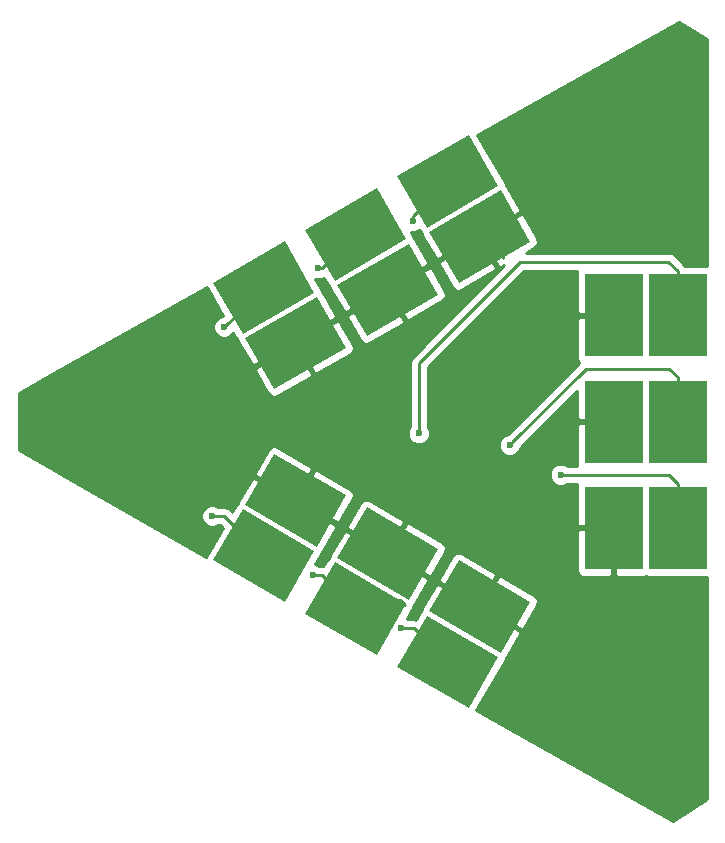
<source format=gbr>
G04 #@! TF.FileFunction,Copper,L1,Top,Signal*
%FSLAX46Y46*%
G04 Gerber Fmt 4.6, Leading zero omitted, Abs format (unit mm)*
G04 Created by KiCad (PCBNEW 4.0.7-e2-6376~58~ubuntu14.04.1) date Fri Feb 16 13:10:18 2018*
%MOMM*%
%LPD*%
G01*
G04 APERTURE LIST*
%ADD10C,0.100000*%
%ADD11R,5.000000X7.000000*%
%ADD12C,0.600000*%
%ADD13C,0.250000*%
%ADD14C,0.254000*%
G04 APERTURE END LIST*
D10*
G36*
X69574682Y-95076795D02*
X67074682Y-90746667D01*
X73136860Y-87246667D01*
X75636860Y-91576795D01*
X69574682Y-95076795D01*
X69574682Y-95076795D01*
G37*
G36*
X72274682Y-99753333D02*
X69774682Y-95423205D01*
X75836860Y-91923205D01*
X78336860Y-96253333D01*
X72274682Y-99753333D01*
X72274682Y-99753333D01*
G37*
G36*
X77368911Y-90576795D02*
X74868911Y-86246667D01*
X80931089Y-82746667D01*
X83431089Y-87076795D01*
X77368911Y-90576795D01*
X77368911Y-90576795D01*
G37*
G36*
X80068911Y-95253333D02*
X77568911Y-90923205D01*
X83631089Y-87423205D01*
X86131089Y-91753333D01*
X80068911Y-95253333D01*
X80068911Y-95253333D01*
G37*
G36*
X85163140Y-86076795D02*
X82663140Y-81746667D01*
X88725318Y-78246667D01*
X91225318Y-82576795D01*
X85163140Y-86076795D01*
X85163140Y-86076795D01*
G37*
G36*
X87863140Y-90753333D02*
X85363140Y-86423205D01*
X91425318Y-82923205D01*
X93925318Y-87253333D01*
X87863140Y-90753333D01*
X87863140Y-90753333D01*
G37*
D11*
X106400000Y-93500000D03*
X101000000Y-93500000D03*
X106400000Y-102500000D03*
X101000000Y-102500000D03*
X106400000Y-111500000D03*
X101000000Y-111500000D03*
D10*
G36*
X91225318Y-122423205D02*
X88725318Y-126753333D01*
X82663140Y-123253333D01*
X85163140Y-118923205D01*
X91225318Y-122423205D01*
X91225318Y-122423205D01*
G37*
G36*
X93925318Y-117746667D02*
X91425318Y-122076795D01*
X85363140Y-118576795D01*
X87863140Y-114246667D01*
X93925318Y-117746667D01*
X93925318Y-117746667D01*
G37*
G36*
X83431089Y-117923205D02*
X80931089Y-122253333D01*
X74868911Y-118753333D01*
X77368911Y-114423205D01*
X83431089Y-117923205D01*
X83431089Y-117923205D01*
G37*
G36*
X86131089Y-113246667D02*
X83631089Y-117576795D01*
X77568911Y-114076795D01*
X80068911Y-109746667D01*
X86131089Y-113246667D01*
X86131089Y-113246667D01*
G37*
G36*
X75636860Y-113423205D02*
X73136860Y-117753333D01*
X67074682Y-114253333D01*
X69574682Y-109923205D01*
X75636860Y-113423205D01*
X75636860Y-113423205D01*
G37*
G36*
X78336860Y-108746667D02*
X75836860Y-113076795D01*
X69774682Y-109576795D01*
X72274682Y-105246667D01*
X78336860Y-108746667D01*
X78336860Y-108746667D01*
G37*
D12*
X80500000Y-107000000D03*
X83000000Y-120000000D03*
X75500000Y-115500000D03*
X67000000Y-110500000D03*
X84500000Y-103500000D03*
X92191698Y-104469425D03*
X96500000Y-107000000D03*
X68000000Y-94500000D03*
X76000000Y-89500000D03*
X84000000Y-85500000D03*
D13*
X91640000Y-88640000D02*
X91640000Y-87572614D01*
X100230000Y-112900000D02*
X100330000Y-113000000D01*
X100330000Y-102770000D02*
X100230000Y-102870000D01*
X86944229Y-122838269D02*
X84105960Y-120000000D01*
X84105960Y-120000000D02*
X83000000Y-120000000D01*
X79150000Y-118338269D02*
X76311731Y-115500000D01*
X76311731Y-115500000D02*
X75500000Y-115500000D01*
X79910000Y-117602614D02*
X82896751Y-117602614D01*
X82896751Y-117602614D02*
X83294137Y-118000000D01*
X71355771Y-113838269D02*
X68017502Y-110500000D01*
X68017502Y-110500000D02*
X67000000Y-110500000D01*
X71020000Y-112572614D02*
X74006751Y-112572614D01*
X106400000Y-93500000D02*
X106400000Y-89750000D01*
X93075723Y-88964249D02*
X84500000Y-97539972D01*
X106400000Y-89750000D02*
X105614249Y-88964249D01*
X105614249Y-88964249D02*
X93075723Y-88964249D01*
X84500000Y-97539972D02*
X84500000Y-103500000D01*
X98612882Y-98048241D02*
X92491697Y-104169426D01*
X106400000Y-98750000D02*
X105698241Y-98048241D01*
X106400000Y-102500000D02*
X106400000Y-98750000D01*
X92491697Y-104169426D02*
X92191698Y-104469425D01*
X105698241Y-98048241D02*
X98612882Y-98048241D01*
X106400000Y-111500000D02*
X106400000Y-107750000D01*
X106400000Y-107750000D02*
X105650000Y-107000000D01*
X105650000Y-107000000D02*
X96500000Y-107000000D01*
X71355771Y-91161731D02*
X68017502Y-94500000D01*
X68017502Y-94500000D02*
X68000000Y-94500000D01*
X79150000Y-86661731D02*
X76311731Y-89500000D01*
X76311731Y-89500000D02*
X76000000Y-89500000D01*
X86944229Y-82161731D02*
X84000000Y-85105960D01*
X84000000Y-85105960D02*
X84000000Y-85500000D01*
D14*
G36*
X108873000Y-70071907D02*
X108873000Y-89352560D01*
X107030920Y-89352560D01*
X106937401Y-89212599D01*
X106151650Y-88426848D01*
X105905088Y-88262101D01*
X105614249Y-88204249D01*
X93548283Y-88204249D01*
X94352205Y-87740104D01*
X94505989Y-87539688D01*
X94571372Y-87295677D01*
X94538399Y-87045220D01*
X94412090Y-86826446D01*
X93368119Y-85018236D01*
X93151263Y-84960129D01*
X89817714Y-86884754D01*
X91242339Y-89352277D01*
X91459196Y-89410384D01*
X91685364Y-89279806D01*
X83962599Y-97002571D01*
X83797852Y-97249133D01*
X83740000Y-97539972D01*
X83740000Y-102937537D01*
X83707808Y-102969673D01*
X83565162Y-103313201D01*
X83564838Y-103685167D01*
X83706883Y-104028943D01*
X83969673Y-104292192D01*
X84313201Y-104434838D01*
X84685167Y-104435162D01*
X85028943Y-104293117D01*
X85292192Y-104030327D01*
X85434838Y-103686799D01*
X85435162Y-103314833D01*
X85293117Y-102971057D01*
X85260000Y-102937882D01*
X85260000Y-97854774D01*
X93390525Y-89724249D01*
X97926901Y-89724249D01*
X97865000Y-89873691D01*
X97865000Y-93214250D01*
X98023750Y-93373000D01*
X100873000Y-93373000D01*
X100873000Y-93353000D01*
X101127000Y-93353000D01*
X101127000Y-93373000D01*
X101147000Y-93373000D01*
X101147000Y-93627000D01*
X101127000Y-93627000D01*
X101127000Y-93647000D01*
X100873000Y-93647000D01*
X100873000Y-93627000D01*
X98023750Y-93627000D01*
X97865000Y-93785750D01*
X97865000Y-97126309D01*
X97961673Y-97359698D01*
X98097861Y-97495886D01*
X98075481Y-97510840D01*
X92052018Y-103534303D01*
X92006531Y-103534263D01*
X91662755Y-103676308D01*
X91399506Y-103939098D01*
X91256860Y-104282626D01*
X91256536Y-104654592D01*
X91398581Y-104998368D01*
X91661371Y-105261617D01*
X92004899Y-105404263D01*
X92376865Y-105404587D01*
X92720641Y-105262542D01*
X92983890Y-104999752D01*
X93126536Y-104656224D01*
X93126577Y-104609348D01*
X97865000Y-99870925D01*
X97865000Y-102214250D01*
X98023750Y-102373000D01*
X100873000Y-102373000D01*
X100873000Y-102353000D01*
X101127000Y-102353000D01*
X101127000Y-102373000D01*
X101147000Y-102373000D01*
X101147000Y-102627000D01*
X101127000Y-102627000D01*
X101127000Y-102647000D01*
X100873000Y-102647000D01*
X100873000Y-102627000D01*
X98023750Y-102627000D01*
X97865000Y-102785750D01*
X97865000Y-106126309D01*
X97912092Y-106240000D01*
X97062463Y-106240000D01*
X97030327Y-106207808D01*
X96686799Y-106065162D01*
X96314833Y-106064838D01*
X95971057Y-106206883D01*
X95707808Y-106469673D01*
X95565162Y-106813201D01*
X95564838Y-107185167D01*
X95706883Y-107528943D01*
X95969673Y-107792192D01*
X96313201Y-107934838D01*
X96685167Y-107935162D01*
X97028943Y-107793117D01*
X97062118Y-107760000D01*
X97912092Y-107760000D01*
X97865000Y-107873691D01*
X97865000Y-111214250D01*
X98023750Y-111373000D01*
X100873000Y-111373000D01*
X100873000Y-111353000D01*
X101127000Y-111353000D01*
X101127000Y-111373000D01*
X101147000Y-111373000D01*
X101147000Y-111627000D01*
X101127000Y-111627000D01*
X101127000Y-115476250D01*
X101285750Y-115635000D01*
X103626310Y-115635000D01*
X103696007Y-115606130D01*
X103900000Y-115647440D01*
X108873000Y-115647440D01*
X108873000Y-134432032D01*
X105994649Y-136350933D01*
X89377075Y-126919337D01*
X91786018Y-122746925D01*
X91856410Y-122546406D01*
X91912089Y-122503682D01*
X92038399Y-122284908D01*
X93082369Y-120476698D01*
X93024263Y-120259841D01*
X89690714Y-118335216D01*
X89680714Y-118352537D01*
X89460744Y-118225537D01*
X89470744Y-118208216D01*
X89309716Y-118115246D01*
X89817714Y-118115246D01*
X93151263Y-120039871D01*
X93368119Y-119981764D01*
X94412090Y-118173554D01*
X94538399Y-117954780D01*
X94571372Y-117704323D01*
X94505989Y-117460312D01*
X94352205Y-117259896D01*
X91459196Y-115589616D01*
X91242339Y-115647723D01*
X89817714Y-118115246D01*
X89309716Y-118115246D01*
X86137195Y-116283591D01*
X85920339Y-116341698D01*
X84876368Y-118149908D01*
X84750059Y-118368682D01*
X84740212Y-118443477D01*
X84602440Y-118599485D01*
X84219589Y-119262602D01*
X84105960Y-119240000D01*
X83562463Y-119240000D01*
X83530327Y-119207808D01*
X83455066Y-119176557D01*
X83819400Y-118545511D01*
X83831538Y-118537401D01*
X83996285Y-118290840D01*
X84022320Y-118159954D01*
X84062181Y-118046406D01*
X84117860Y-118003682D01*
X84244170Y-117784908D01*
X85288140Y-115976698D01*
X85253325Y-115846764D01*
X86206089Y-115846764D01*
X86264195Y-116063621D01*
X89597744Y-117988246D01*
X91022369Y-115520723D01*
X90964262Y-115303866D01*
X88071253Y-113633587D01*
X87820796Y-113600614D01*
X87576785Y-113665996D01*
X87376369Y-113819780D01*
X87250059Y-114038554D01*
X86206089Y-115846764D01*
X85253325Y-115846764D01*
X85230034Y-115759841D01*
X81896485Y-113835216D01*
X81886485Y-113852537D01*
X81666515Y-113725537D01*
X81676515Y-113708216D01*
X81515487Y-113615246D01*
X82023485Y-113615246D01*
X85357034Y-115539871D01*
X85573890Y-115481764D01*
X86617861Y-113673554D01*
X86744170Y-113454780D01*
X86777143Y-113204323D01*
X86711760Y-112960312D01*
X86557976Y-112759896D01*
X84870707Y-111785750D01*
X97865000Y-111785750D01*
X97865000Y-115126309D01*
X97961673Y-115359698D01*
X98140301Y-115538327D01*
X98373690Y-115635000D01*
X100714250Y-115635000D01*
X100873000Y-115476250D01*
X100873000Y-111627000D01*
X98023750Y-111627000D01*
X97865000Y-111785750D01*
X84870707Y-111785750D01*
X83664967Y-111089616D01*
X83448110Y-111147723D01*
X82023485Y-113615246D01*
X81515487Y-113615246D01*
X78342966Y-111783591D01*
X78126110Y-111841698D01*
X77082139Y-113649908D01*
X76955830Y-113868682D01*
X76945983Y-113943477D01*
X76808211Y-114099485D01*
X76425360Y-114762602D01*
X76311731Y-114740000D01*
X76062463Y-114740000D01*
X76030327Y-114707808D01*
X75717734Y-114578008D01*
X76197560Y-113746925D01*
X76267952Y-113546406D01*
X76323631Y-113503682D01*
X76449941Y-113284908D01*
X77493911Y-111476698D01*
X77459096Y-111346764D01*
X78411860Y-111346764D01*
X78469966Y-111563621D01*
X81803515Y-113488246D01*
X83228140Y-111020723D01*
X83170033Y-110803866D01*
X80277024Y-109133587D01*
X80026567Y-109100614D01*
X79782556Y-109165996D01*
X79582140Y-109319780D01*
X79455830Y-109538554D01*
X78411860Y-111346764D01*
X77459096Y-111346764D01*
X77435805Y-111259841D01*
X74102256Y-109335216D01*
X74092256Y-109352537D01*
X73872286Y-109225537D01*
X73882286Y-109208216D01*
X73721258Y-109115246D01*
X74229256Y-109115246D01*
X77562805Y-111039871D01*
X77779661Y-110981764D01*
X78823632Y-109173554D01*
X78949941Y-108954780D01*
X78982914Y-108704323D01*
X78917531Y-108460312D01*
X78763747Y-108259896D01*
X75870738Y-106589616D01*
X75653881Y-106647723D01*
X74229256Y-109115246D01*
X73721258Y-109115246D01*
X70548737Y-107283591D01*
X70331881Y-107341698D01*
X69287910Y-109149908D01*
X69161601Y-109368682D01*
X69151754Y-109443477D01*
X69013982Y-109599485D01*
X68713039Y-110120735D01*
X68554903Y-109962599D01*
X68308341Y-109797852D01*
X68017502Y-109740000D01*
X67562463Y-109740000D01*
X67530327Y-109707808D01*
X67186799Y-109565162D01*
X66814833Y-109564838D01*
X66471057Y-109706883D01*
X66207808Y-109969673D01*
X66065162Y-110313201D01*
X66064838Y-110685167D01*
X66206883Y-111028943D01*
X66469673Y-111292192D01*
X66813201Y-111434838D01*
X67185167Y-111435162D01*
X67528943Y-111293117D01*
X67562118Y-111260000D01*
X67702700Y-111260000D01*
X67926229Y-111483529D01*
X66513982Y-113929613D01*
X66510067Y-113940765D01*
X54011113Y-106846764D01*
X70617631Y-106846764D01*
X70675737Y-107063621D01*
X74009286Y-108988246D01*
X75433911Y-106520723D01*
X75375804Y-106303866D01*
X72482795Y-104633587D01*
X72232338Y-104600614D01*
X71988327Y-104665996D01*
X71787911Y-104819780D01*
X71661601Y-105038554D01*
X70617631Y-106846764D01*
X54011113Y-106846764D01*
X53172862Y-106371000D01*
X50627000Y-104901146D01*
X50627000Y-100098855D01*
X52282163Y-99143246D01*
X54042180Y-98153236D01*
X70617631Y-98153236D01*
X71661601Y-99961446D01*
X71787911Y-100180220D01*
X71988327Y-100334004D01*
X72232338Y-100399386D01*
X72482795Y-100366413D01*
X75375804Y-98696134D01*
X75433911Y-98479277D01*
X74009286Y-96011754D01*
X70675737Y-97936379D01*
X70617631Y-98153236D01*
X54042180Y-98153236D01*
X66543382Y-91121310D01*
X67926229Y-93516471D01*
X67877807Y-93564893D01*
X67814833Y-93564838D01*
X67471057Y-93706883D01*
X67207808Y-93969673D01*
X67065162Y-94313201D01*
X67064838Y-94685167D01*
X67206883Y-95028943D01*
X67469673Y-95292192D01*
X67813201Y-95434838D01*
X68185167Y-95435162D01*
X68528943Y-95293117D01*
X68792192Y-95030327D01*
X68795565Y-95022205D01*
X69013982Y-95400515D01*
X69152440Y-95561735D01*
X69161601Y-95631318D01*
X69287910Y-95850092D01*
X70331881Y-97658302D01*
X70548737Y-97716409D01*
X73721257Y-95884754D01*
X74229256Y-95884754D01*
X75653881Y-98352277D01*
X75870738Y-98410384D01*
X78763747Y-96740104D01*
X78917531Y-96539688D01*
X78982914Y-96295677D01*
X78949941Y-96045220D01*
X78823632Y-95826446D01*
X77779661Y-94018236D01*
X77562805Y-93960129D01*
X74229256Y-95884754D01*
X73721257Y-95884754D01*
X73882286Y-95791784D01*
X73872286Y-95774463D01*
X74092256Y-95647463D01*
X74102256Y-95664784D01*
X77435805Y-93740159D01*
X77459095Y-93653236D01*
X78411860Y-93653236D01*
X79455830Y-95461446D01*
X79582140Y-95680220D01*
X79782556Y-95834004D01*
X80026567Y-95899386D01*
X80277024Y-95866413D01*
X83170033Y-94196134D01*
X83228140Y-93979277D01*
X81803515Y-91511754D01*
X78469966Y-93436379D01*
X78411860Y-93653236D01*
X77459095Y-93653236D01*
X77493911Y-93523302D01*
X76449941Y-91715092D01*
X76323631Y-91496318D01*
X76263781Y-91450393D01*
X76197560Y-91253075D01*
X75697385Y-90386747D01*
X75813201Y-90434838D01*
X76185167Y-90435162D01*
X76471284Y-90316941D01*
X76808211Y-90900515D01*
X76946669Y-91061735D01*
X76955830Y-91131318D01*
X77082139Y-91350092D01*
X78126110Y-93158302D01*
X78342966Y-93216409D01*
X81515486Y-91384754D01*
X82023485Y-91384754D01*
X83448110Y-93852277D01*
X83664967Y-93910384D01*
X86557976Y-92240104D01*
X86711760Y-92039688D01*
X86777143Y-91795677D01*
X86744170Y-91545220D01*
X86617861Y-91326446D01*
X85573890Y-89518236D01*
X85357034Y-89460129D01*
X82023485Y-91384754D01*
X81515486Y-91384754D01*
X81676515Y-91291784D01*
X81666515Y-91274463D01*
X81886485Y-91147463D01*
X81896485Y-91164784D01*
X85230034Y-89240159D01*
X85253324Y-89153236D01*
X86206089Y-89153236D01*
X87250059Y-90961446D01*
X87376369Y-91180220D01*
X87576785Y-91334004D01*
X87820796Y-91399386D01*
X88071253Y-91366413D01*
X90964262Y-89696134D01*
X91022369Y-89479277D01*
X89597744Y-87011754D01*
X86264195Y-88936379D01*
X86206089Y-89153236D01*
X85253324Y-89153236D01*
X85288140Y-89023302D01*
X84244170Y-87215092D01*
X84117860Y-86996318D01*
X84058010Y-86950393D01*
X83991789Y-86753075D01*
X83806432Y-86432027D01*
X83813201Y-86434838D01*
X84185167Y-86435162D01*
X84528943Y-86293117D01*
X84536232Y-86285840D01*
X84602440Y-86400515D01*
X84740898Y-86561735D01*
X84750059Y-86631318D01*
X84876368Y-86850092D01*
X85920339Y-88658302D01*
X86137195Y-88716409D01*
X89470744Y-86791784D01*
X89460744Y-86774463D01*
X89680714Y-86647463D01*
X89690714Y-86664784D01*
X93024263Y-84740159D01*
X93082369Y-84523302D01*
X92038399Y-82715092D01*
X91912089Y-82496318D01*
X91852239Y-82450393D01*
X91786018Y-82253075D01*
X89462798Y-78229139D01*
X106497941Y-68646871D01*
X108873000Y-70071907D01*
X108873000Y-70071907D01*
G37*
X108873000Y-70071907D02*
X108873000Y-89352560D01*
X107030920Y-89352560D01*
X106937401Y-89212599D01*
X106151650Y-88426848D01*
X105905088Y-88262101D01*
X105614249Y-88204249D01*
X93548283Y-88204249D01*
X94352205Y-87740104D01*
X94505989Y-87539688D01*
X94571372Y-87295677D01*
X94538399Y-87045220D01*
X94412090Y-86826446D01*
X93368119Y-85018236D01*
X93151263Y-84960129D01*
X89817714Y-86884754D01*
X91242339Y-89352277D01*
X91459196Y-89410384D01*
X91685364Y-89279806D01*
X83962599Y-97002571D01*
X83797852Y-97249133D01*
X83740000Y-97539972D01*
X83740000Y-102937537D01*
X83707808Y-102969673D01*
X83565162Y-103313201D01*
X83564838Y-103685167D01*
X83706883Y-104028943D01*
X83969673Y-104292192D01*
X84313201Y-104434838D01*
X84685167Y-104435162D01*
X85028943Y-104293117D01*
X85292192Y-104030327D01*
X85434838Y-103686799D01*
X85435162Y-103314833D01*
X85293117Y-102971057D01*
X85260000Y-102937882D01*
X85260000Y-97854774D01*
X93390525Y-89724249D01*
X97926901Y-89724249D01*
X97865000Y-89873691D01*
X97865000Y-93214250D01*
X98023750Y-93373000D01*
X100873000Y-93373000D01*
X100873000Y-93353000D01*
X101127000Y-93353000D01*
X101127000Y-93373000D01*
X101147000Y-93373000D01*
X101147000Y-93627000D01*
X101127000Y-93627000D01*
X101127000Y-93647000D01*
X100873000Y-93647000D01*
X100873000Y-93627000D01*
X98023750Y-93627000D01*
X97865000Y-93785750D01*
X97865000Y-97126309D01*
X97961673Y-97359698D01*
X98097861Y-97495886D01*
X98075481Y-97510840D01*
X92052018Y-103534303D01*
X92006531Y-103534263D01*
X91662755Y-103676308D01*
X91399506Y-103939098D01*
X91256860Y-104282626D01*
X91256536Y-104654592D01*
X91398581Y-104998368D01*
X91661371Y-105261617D01*
X92004899Y-105404263D01*
X92376865Y-105404587D01*
X92720641Y-105262542D01*
X92983890Y-104999752D01*
X93126536Y-104656224D01*
X93126577Y-104609348D01*
X97865000Y-99870925D01*
X97865000Y-102214250D01*
X98023750Y-102373000D01*
X100873000Y-102373000D01*
X100873000Y-102353000D01*
X101127000Y-102353000D01*
X101127000Y-102373000D01*
X101147000Y-102373000D01*
X101147000Y-102627000D01*
X101127000Y-102627000D01*
X101127000Y-102647000D01*
X100873000Y-102647000D01*
X100873000Y-102627000D01*
X98023750Y-102627000D01*
X97865000Y-102785750D01*
X97865000Y-106126309D01*
X97912092Y-106240000D01*
X97062463Y-106240000D01*
X97030327Y-106207808D01*
X96686799Y-106065162D01*
X96314833Y-106064838D01*
X95971057Y-106206883D01*
X95707808Y-106469673D01*
X95565162Y-106813201D01*
X95564838Y-107185167D01*
X95706883Y-107528943D01*
X95969673Y-107792192D01*
X96313201Y-107934838D01*
X96685167Y-107935162D01*
X97028943Y-107793117D01*
X97062118Y-107760000D01*
X97912092Y-107760000D01*
X97865000Y-107873691D01*
X97865000Y-111214250D01*
X98023750Y-111373000D01*
X100873000Y-111373000D01*
X100873000Y-111353000D01*
X101127000Y-111353000D01*
X101127000Y-111373000D01*
X101147000Y-111373000D01*
X101147000Y-111627000D01*
X101127000Y-111627000D01*
X101127000Y-115476250D01*
X101285750Y-115635000D01*
X103626310Y-115635000D01*
X103696007Y-115606130D01*
X103900000Y-115647440D01*
X108873000Y-115647440D01*
X108873000Y-134432032D01*
X105994649Y-136350933D01*
X89377075Y-126919337D01*
X91786018Y-122746925D01*
X91856410Y-122546406D01*
X91912089Y-122503682D01*
X92038399Y-122284908D01*
X93082369Y-120476698D01*
X93024263Y-120259841D01*
X89690714Y-118335216D01*
X89680714Y-118352537D01*
X89460744Y-118225537D01*
X89470744Y-118208216D01*
X89309716Y-118115246D01*
X89817714Y-118115246D01*
X93151263Y-120039871D01*
X93368119Y-119981764D01*
X94412090Y-118173554D01*
X94538399Y-117954780D01*
X94571372Y-117704323D01*
X94505989Y-117460312D01*
X94352205Y-117259896D01*
X91459196Y-115589616D01*
X91242339Y-115647723D01*
X89817714Y-118115246D01*
X89309716Y-118115246D01*
X86137195Y-116283591D01*
X85920339Y-116341698D01*
X84876368Y-118149908D01*
X84750059Y-118368682D01*
X84740212Y-118443477D01*
X84602440Y-118599485D01*
X84219589Y-119262602D01*
X84105960Y-119240000D01*
X83562463Y-119240000D01*
X83530327Y-119207808D01*
X83455066Y-119176557D01*
X83819400Y-118545511D01*
X83831538Y-118537401D01*
X83996285Y-118290840D01*
X84022320Y-118159954D01*
X84062181Y-118046406D01*
X84117860Y-118003682D01*
X84244170Y-117784908D01*
X85288140Y-115976698D01*
X85253325Y-115846764D01*
X86206089Y-115846764D01*
X86264195Y-116063621D01*
X89597744Y-117988246D01*
X91022369Y-115520723D01*
X90964262Y-115303866D01*
X88071253Y-113633587D01*
X87820796Y-113600614D01*
X87576785Y-113665996D01*
X87376369Y-113819780D01*
X87250059Y-114038554D01*
X86206089Y-115846764D01*
X85253325Y-115846764D01*
X85230034Y-115759841D01*
X81896485Y-113835216D01*
X81886485Y-113852537D01*
X81666515Y-113725537D01*
X81676515Y-113708216D01*
X81515487Y-113615246D01*
X82023485Y-113615246D01*
X85357034Y-115539871D01*
X85573890Y-115481764D01*
X86617861Y-113673554D01*
X86744170Y-113454780D01*
X86777143Y-113204323D01*
X86711760Y-112960312D01*
X86557976Y-112759896D01*
X84870707Y-111785750D01*
X97865000Y-111785750D01*
X97865000Y-115126309D01*
X97961673Y-115359698D01*
X98140301Y-115538327D01*
X98373690Y-115635000D01*
X100714250Y-115635000D01*
X100873000Y-115476250D01*
X100873000Y-111627000D01*
X98023750Y-111627000D01*
X97865000Y-111785750D01*
X84870707Y-111785750D01*
X83664967Y-111089616D01*
X83448110Y-111147723D01*
X82023485Y-113615246D01*
X81515487Y-113615246D01*
X78342966Y-111783591D01*
X78126110Y-111841698D01*
X77082139Y-113649908D01*
X76955830Y-113868682D01*
X76945983Y-113943477D01*
X76808211Y-114099485D01*
X76425360Y-114762602D01*
X76311731Y-114740000D01*
X76062463Y-114740000D01*
X76030327Y-114707808D01*
X75717734Y-114578008D01*
X76197560Y-113746925D01*
X76267952Y-113546406D01*
X76323631Y-113503682D01*
X76449941Y-113284908D01*
X77493911Y-111476698D01*
X77459096Y-111346764D01*
X78411860Y-111346764D01*
X78469966Y-111563621D01*
X81803515Y-113488246D01*
X83228140Y-111020723D01*
X83170033Y-110803866D01*
X80277024Y-109133587D01*
X80026567Y-109100614D01*
X79782556Y-109165996D01*
X79582140Y-109319780D01*
X79455830Y-109538554D01*
X78411860Y-111346764D01*
X77459096Y-111346764D01*
X77435805Y-111259841D01*
X74102256Y-109335216D01*
X74092256Y-109352537D01*
X73872286Y-109225537D01*
X73882286Y-109208216D01*
X73721258Y-109115246D01*
X74229256Y-109115246D01*
X77562805Y-111039871D01*
X77779661Y-110981764D01*
X78823632Y-109173554D01*
X78949941Y-108954780D01*
X78982914Y-108704323D01*
X78917531Y-108460312D01*
X78763747Y-108259896D01*
X75870738Y-106589616D01*
X75653881Y-106647723D01*
X74229256Y-109115246D01*
X73721258Y-109115246D01*
X70548737Y-107283591D01*
X70331881Y-107341698D01*
X69287910Y-109149908D01*
X69161601Y-109368682D01*
X69151754Y-109443477D01*
X69013982Y-109599485D01*
X68713039Y-110120735D01*
X68554903Y-109962599D01*
X68308341Y-109797852D01*
X68017502Y-109740000D01*
X67562463Y-109740000D01*
X67530327Y-109707808D01*
X67186799Y-109565162D01*
X66814833Y-109564838D01*
X66471057Y-109706883D01*
X66207808Y-109969673D01*
X66065162Y-110313201D01*
X66064838Y-110685167D01*
X66206883Y-111028943D01*
X66469673Y-111292192D01*
X66813201Y-111434838D01*
X67185167Y-111435162D01*
X67528943Y-111293117D01*
X67562118Y-111260000D01*
X67702700Y-111260000D01*
X67926229Y-111483529D01*
X66513982Y-113929613D01*
X66510067Y-113940765D01*
X54011113Y-106846764D01*
X70617631Y-106846764D01*
X70675737Y-107063621D01*
X74009286Y-108988246D01*
X75433911Y-106520723D01*
X75375804Y-106303866D01*
X72482795Y-104633587D01*
X72232338Y-104600614D01*
X71988327Y-104665996D01*
X71787911Y-104819780D01*
X71661601Y-105038554D01*
X70617631Y-106846764D01*
X54011113Y-106846764D01*
X53172862Y-106371000D01*
X50627000Y-104901146D01*
X50627000Y-100098855D01*
X52282163Y-99143246D01*
X54042180Y-98153236D01*
X70617631Y-98153236D01*
X71661601Y-99961446D01*
X71787911Y-100180220D01*
X71988327Y-100334004D01*
X72232338Y-100399386D01*
X72482795Y-100366413D01*
X75375804Y-98696134D01*
X75433911Y-98479277D01*
X74009286Y-96011754D01*
X70675737Y-97936379D01*
X70617631Y-98153236D01*
X54042180Y-98153236D01*
X66543382Y-91121310D01*
X67926229Y-93516471D01*
X67877807Y-93564893D01*
X67814833Y-93564838D01*
X67471057Y-93706883D01*
X67207808Y-93969673D01*
X67065162Y-94313201D01*
X67064838Y-94685167D01*
X67206883Y-95028943D01*
X67469673Y-95292192D01*
X67813201Y-95434838D01*
X68185167Y-95435162D01*
X68528943Y-95293117D01*
X68792192Y-95030327D01*
X68795565Y-95022205D01*
X69013982Y-95400515D01*
X69152440Y-95561735D01*
X69161601Y-95631318D01*
X69287910Y-95850092D01*
X70331881Y-97658302D01*
X70548737Y-97716409D01*
X73721257Y-95884754D01*
X74229256Y-95884754D01*
X75653881Y-98352277D01*
X75870738Y-98410384D01*
X78763747Y-96740104D01*
X78917531Y-96539688D01*
X78982914Y-96295677D01*
X78949941Y-96045220D01*
X78823632Y-95826446D01*
X77779661Y-94018236D01*
X77562805Y-93960129D01*
X74229256Y-95884754D01*
X73721257Y-95884754D01*
X73882286Y-95791784D01*
X73872286Y-95774463D01*
X74092256Y-95647463D01*
X74102256Y-95664784D01*
X77435805Y-93740159D01*
X77459095Y-93653236D01*
X78411860Y-93653236D01*
X79455830Y-95461446D01*
X79582140Y-95680220D01*
X79782556Y-95834004D01*
X80026567Y-95899386D01*
X80277024Y-95866413D01*
X83170033Y-94196134D01*
X83228140Y-93979277D01*
X81803515Y-91511754D01*
X78469966Y-93436379D01*
X78411860Y-93653236D01*
X77459095Y-93653236D01*
X77493911Y-93523302D01*
X76449941Y-91715092D01*
X76323631Y-91496318D01*
X76263781Y-91450393D01*
X76197560Y-91253075D01*
X75697385Y-90386747D01*
X75813201Y-90434838D01*
X76185167Y-90435162D01*
X76471284Y-90316941D01*
X76808211Y-90900515D01*
X76946669Y-91061735D01*
X76955830Y-91131318D01*
X77082139Y-91350092D01*
X78126110Y-93158302D01*
X78342966Y-93216409D01*
X81515486Y-91384754D01*
X82023485Y-91384754D01*
X83448110Y-93852277D01*
X83664967Y-93910384D01*
X86557976Y-92240104D01*
X86711760Y-92039688D01*
X86777143Y-91795677D01*
X86744170Y-91545220D01*
X86617861Y-91326446D01*
X85573890Y-89518236D01*
X85357034Y-89460129D01*
X82023485Y-91384754D01*
X81515486Y-91384754D01*
X81676515Y-91291784D01*
X81666515Y-91274463D01*
X81886485Y-91147463D01*
X81896485Y-91164784D01*
X85230034Y-89240159D01*
X85253324Y-89153236D01*
X86206089Y-89153236D01*
X87250059Y-90961446D01*
X87376369Y-91180220D01*
X87576785Y-91334004D01*
X87820796Y-91399386D01*
X88071253Y-91366413D01*
X90964262Y-89696134D01*
X91022369Y-89479277D01*
X89597744Y-87011754D01*
X86264195Y-88936379D01*
X86206089Y-89153236D01*
X85253324Y-89153236D01*
X85288140Y-89023302D01*
X84244170Y-87215092D01*
X84117860Y-86996318D01*
X84058010Y-86950393D01*
X83991789Y-86753075D01*
X83806432Y-86432027D01*
X83813201Y-86434838D01*
X84185167Y-86435162D01*
X84528943Y-86293117D01*
X84536232Y-86285840D01*
X84602440Y-86400515D01*
X84740898Y-86561735D01*
X84750059Y-86631318D01*
X84876368Y-86850092D01*
X85920339Y-88658302D01*
X86137195Y-88716409D01*
X89470744Y-86791784D01*
X89460744Y-86774463D01*
X89680714Y-86647463D01*
X89690714Y-86664784D01*
X93024263Y-84740159D01*
X93082369Y-84523302D01*
X92038399Y-82715092D01*
X91912089Y-82496318D01*
X91852239Y-82450393D01*
X91786018Y-82253075D01*
X89462798Y-78229139D01*
X106497941Y-68646871D01*
X108873000Y-70071907D01*
M02*

</source>
